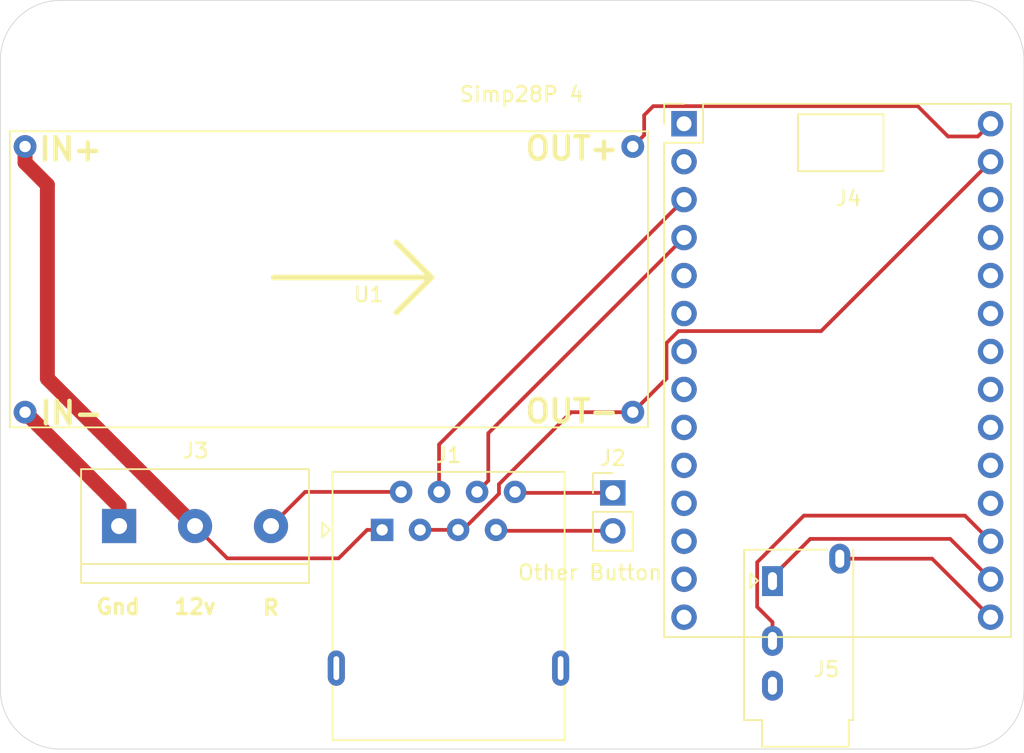
<source format=kicad_pcb>
(kicad_pcb (version 20171130) (host pcbnew "(5.1.2)-2")

  (general
    (thickness 1.6)
    (drawings 19)
    (tracks 56)
    (zones 0)
    (modules 10)
    (nets 35)
  )

  (page A4)
  (layers
    (0 F.Cu signal)
    (31 B.Cu signal)
    (32 B.Adhes user)
    (33 F.Adhes user)
    (34 B.Paste user)
    (35 F.Paste user)
    (36 B.SilkS user)
    (37 F.SilkS user)
    (38 B.Mask user)
    (39 F.Mask user)
    (40 Dwgs.User user)
    (41 Cmts.User user)
    (42 Eco1.User user)
    (43 Eco2.User user)
    (44 Edge.Cuts user)
    (45 Margin user)
    (46 B.CrtYd user)
    (47 F.CrtYd user)
    (48 B.Fab user)
    (49 F.Fab user)
  )

  (setup
    (last_trace_width 0.25)
    (user_trace_width 1)
    (trace_clearance 0.2)
    (zone_clearance 0.508)
    (zone_45_only no)
    (trace_min 0.2)
    (via_size 0.8)
    (via_drill 0.4)
    (via_min_size 0.4)
    (via_min_drill 0.3)
    (uvia_size 0.3)
    (uvia_drill 0.1)
    (uvias_allowed no)
    (uvia_min_size 0.2)
    (uvia_min_drill 0.1)
    (edge_width 0.05)
    (segment_width 0.2)
    (pcb_text_width 0.3)
    (pcb_text_size 1.5 1.5)
    (mod_edge_width 0.12)
    (mod_text_size 1 1)
    (mod_text_width 0.15)
    (pad_size 1.524 1.524)
    (pad_drill 0.762)
    (pad_to_mask_clearance 0.051)
    (solder_mask_min_width 0.25)
    (aux_axis_origin 0 0)
    (visible_elements 7FFFFFFF)
    (pcbplotparams
      (layerselection 0x010fc_ffffffff)
      (usegerberextensions false)
      (usegerberattributes false)
      (usegerberadvancedattributes false)
      (creategerberjobfile false)
      (excludeedgelayer true)
      (linewidth 0.100000)
      (plotframeref false)
      (viasonmask false)
      (mode 1)
      (useauxorigin false)
      (hpglpennumber 1)
      (hpglpenspeed 20)
      (hpglpendiameter 15.000000)
      (psnegative false)
      (psa4output false)
      (plotreference true)
      (plotvalue true)
      (plotinvisibletext false)
      (padsonsilk false)
      (subtractmaskfromsilk false)
      (outputformat 1)
      (mirror false)
      (drillshape 0)
      (scaleselection 1)
      (outputdirectory "Gerbers/"))
  )

  (net 0 "")
  (net 1 GND)
  (net 2 +12V)
  (net 3 +5V)
  (net 4 GNDPWR)
  (net 5 "Net-(J1-Pad2)")
  (net 6 "Net-(J1-Pad4)")
  (net 7 "Net-(J1-Pad6)")
  (net 8 "Net-(J1-Pad7)")
  (net 9 "Net-(J1-Pad8)")
  (net 10 "Net-(J4-Pad28)")
  (net 11 "Net-(J4-Pad27)")
  (net 12 "Net-(J4-Pad26)")
  (net 13 "Net-(J4-Pad25)")
  (net 14 "Net-(J4-Pad24)")
  (net 15 "Net-(J4-Pad23)")
  (net 16 "Net-(J4-Pad22)")
  (net 17 "Net-(J4-Pad21)")
  (net 18 "Net-(J4-Pad20)")
  (net 19 "Net-(J4-Pad19)")
  (net 20 "Net-(J4-Pad18)")
  (net 21 "Net-(J4-Pad17)")
  (net 22 "Net-(J4-Pad16)")
  (net 23 "Net-(J4-Pad15)")
  (net 24 "Net-(J4-Pad14)")
  (net 25 "Net-(J4-Pad13)")
  (net 26 "Net-(J4-Pad12)")
  (net 27 "Net-(J4-Pad11)")
  (net 28 "Net-(J4-Pad10)")
  (net 29 "Net-(J4-Pad9)")
  (net 30 "Net-(J4-Pad8)")
  (net 31 "Net-(J4-Pad6)")
  (net 32 "Net-(J4-Pad3)")
  (net 33 "Net-(J4-Pad1)")
  (net 34 "Net-(J5-PadR2)")

  (net_class Default "This is the default net class."
    (clearance 0.2)
    (trace_width 0.25)
    (via_dia 0.8)
    (via_drill 0.4)
    (uvia_dia 0.3)
    (uvia_drill 0.1)
    (add_net +12V)
    (add_net +5V)
    (add_net GND)
    (add_net GNDPWR)
    (add_net "Net-(J1-Pad2)")
    (add_net "Net-(J1-Pad4)")
    (add_net "Net-(J1-Pad6)")
    (add_net "Net-(J1-Pad7)")
    (add_net "Net-(J1-Pad8)")
    (add_net "Net-(J4-Pad1)")
    (add_net "Net-(J4-Pad10)")
    (add_net "Net-(J4-Pad11)")
    (add_net "Net-(J4-Pad12)")
    (add_net "Net-(J4-Pad13)")
    (add_net "Net-(J4-Pad14)")
    (add_net "Net-(J4-Pad15)")
    (add_net "Net-(J4-Pad16)")
    (add_net "Net-(J4-Pad17)")
    (add_net "Net-(J4-Pad18)")
    (add_net "Net-(J4-Pad19)")
    (add_net "Net-(J4-Pad20)")
    (add_net "Net-(J4-Pad21)")
    (add_net "Net-(J4-Pad22)")
    (add_net "Net-(J4-Pad23)")
    (add_net "Net-(J4-Pad24)")
    (add_net "Net-(J4-Pad25)")
    (add_net "Net-(J4-Pad26)")
    (add_net "Net-(J4-Pad27)")
    (add_net "Net-(J4-Pad28)")
    (add_net "Net-(J4-Pad3)")
    (add_net "Net-(J4-Pad6)")
    (add_net "Net-(J4-Pad8)")
    (add_net "Net-(J4-Pad9)")
    (add_net "Net-(J5-PadR2)")
  )

  (module "Useful Modifications:RJ45_x08_Horizontal_tabs" (layer F.Cu) (tedit 5EE05F65) (tstamp 5DD6767F)
    (at 159.004 80.4545)
    (descr "8 Pol Shallow Latch Connector, Modjack, RJ45 (https://cdn.amphenol-icc.com/media/wysiwyg/files/drawing/c-bmj-0102.pdf)")
    (tags RJ45)
    (path /5DD687C7)
    (fp_text reference J1 (at 4.445 -5) (layer F.SilkS)
      (effects (font (size 1 1) (thickness 0.15)))
    )
    (fp_text value RJ45 (at 4.445 4) (layer F.Fab)
      (effects (font (size 1 1) (thickness 0.15)))
    )
    (fp_line (start 12.205 -3.88) (end 12.205 8.06) (layer F.SilkS) (width 0.12))
    (fp_line (start 12.2047 10.4357) (end 12.2047 14.0757) (layer F.SilkS) (width 0.12))
    (fp_line (start 12.6 14.47) (end -3.71 14.47) (layer F.CrtYd) (width 0.05))
    (fp_line (start 12.6 14.47) (end 12.6 -4.27) (layer F.CrtYd) (width 0.05))
    (fp_line (start -3.71 -4.27) (end -3.71 14.47) (layer F.CrtYd) (width 0.05))
    (fp_line (start -3.71 -4.27) (end 12.6 -4.27) (layer F.CrtYd) (width 0.05))
    (fp_line (start -3.315 -3.88) (end -3.315 8.06) (layer F.SilkS) (width 0.12))
    (fp_line (start 12.205 -3.88) (end -3.315 -3.88) (layer F.SilkS) (width 0.12))
    (fp_line (start -3.315 10.44) (end -3.315 14.08) (layer F.SilkS) (width 0.12))
    (fp_line (start -3.315 14.08) (end 12.205 14.08) (layer F.SilkS) (width 0.12))
    (fp_line (start -3.205 -2.77) (end -2.205 -3.77) (layer F.Fab) (width 0.12))
    (fp_line (start -2.205 -3.77) (end 12.095 -3.77) (layer F.Fab) (width 0.12))
    (fp_line (start 12.095 -3.77) (end 12.095 13.97) (layer F.Fab) (width 0.12))
    (fp_line (start 12.095 13.97) (end -3.205 13.97) (layer F.Fab) (width 0.12))
    (fp_line (start -3.205 13.97) (end -3.205 -2.77) (layer F.Fab) (width 0.12))
    (fp_line (start -3.5 0) (end -4 -0.5) (layer F.SilkS) (width 0.12))
    (fp_line (start -4 -0.5) (end -4 0.5) (layer F.SilkS) (width 0.12))
    (fp_line (start -4 0.5) (end -3.5 0) (layer F.SilkS) (width 0.12))
    (fp_text user %R (at 4.445 2) (layer F.Fab)
      (effects (font (size 1 1) (thickness 0.15)))
    )
    (pad 10 thru_hole oval (at 11.938 9.25195) (size 1.14 2.362) (drill oval 0.381 1.6) (layers *.Cu *.Mask))
    (pad 9 thru_hole oval (at -3.0607 9.25195) (size 1.14 2.362) (drill oval 0.381 1.6) (layers *.Cu *.Mask))
    (pad 8 thru_hole circle (at 8.89 -2.54) (size 1.5 1.5) (drill 0.76) (layers *.Cu *.Mask)
      (net 9 "Net-(J1-Pad8)"))
    (pad 7 thru_hole circle (at 7.62 0) (size 1.5 1.5) (drill 0.76) (layers *.Cu *.Mask)
      (net 8 "Net-(J1-Pad7)"))
    (pad 6 thru_hole circle (at 6.35 -2.54) (size 1.5 1.5) (drill 0.76) (layers *.Cu *.Mask)
      (net 7 "Net-(J1-Pad6)"))
    (pad 5 thru_hole circle (at 5.08 0) (size 1.5 1.5) (drill 0.76) (layers *.Cu *.Mask)
      (net 1 GND))
    (pad 4 thru_hole circle (at 3.81 -2.54) (size 1.5 1.5) (drill 0.76) (layers *.Cu *.Mask)
      (net 6 "Net-(J1-Pad4)"))
    (pad 3 thru_hole circle (at 2.54 0) (size 1.5 1.5) (drill 0.76) (layers *.Cu *.Mask)
      (net 1 GND))
    (pad 2 thru_hole circle (at 1.27 -2.54) (size 1.5 1.5) (drill 0.76) (layers *.Cu *.Mask)
      (net 5 "Net-(J1-Pad2)"))
    (pad 1 thru_hole rect (at 0 0) (size 1.5 1.5) (drill 0.76) (layers *.Cu *.Mask)
      (net 2 +12V))
    (pad "" np_thru_hole circle (at -1.27 6.35) (size 3.200001 3.200001) (drill 3.200001) (layers *.Cu *.Mask))
    (pad "" np_thru_hole circle (at 10.16 6.35) (size 3.2 3.2) (drill 3.2) (layers *.Cu *.Mask))
    (model ${KISYS3DMOD}/Connector_RJ.3dshapes/RJ45_Amphenol_54602-x08_Horizontal.wrl
      (at (xyz 0 0 0))
      (scale (xyz 1 1 1))
      (rotate (xyz 0 0 0))
    )
  )

  (module "Useful Modifications:FXSound_HeadPhone_2x14_P2.54mm_Short" (layer F.Cu) (tedit 5EE0514B) (tstamp 5EE09D72)
    (at 179.197 53.2765)
    (descr "Through hole straight pin header, 2x14, 2.54mm pitch, double rows")
    (tags "Through hole pin header THT 2x14 2.54mm double row")
    (path /5EE09623)
    (fp_text reference J4 (at 11 5) (layer F.SilkS)
      (effects (font (size 1 1) (thickness 0.15)))
    )
    (fp_text value FX_Sound (at 10.795 14.605) (layer F.Fab)
      (effects (font (size 1 1) (thickness 0.15)))
    )
    (fp_line (start 7.62 3.175) (end 7.62 -0.635) (layer F.SilkS) (width 0.12))
    (fp_line (start 13.335 3.175) (end 7.62 3.175) (layer F.SilkS) (width 0.12))
    (fp_line (start 13.335 -0.635) (end 13.335 3.175) (layer F.SilkS) (width 0.12))
    (fp_line (start 7.62 -0.635) (end 13.335 -0.635) (layer F.SilkS) (width 0.12))
    (fp_text user %R (at 1.778 17.018 90) (layer F.Fab)
      (effects (font (size 1 1) (thickness 0.15)))
    )
    (fp_line (start 1.5 -1.5) (end -1.8 -1.5) (layer F.CrtYd) (width 0.05))
    (fp_line (start 22.35 34.5) (end 22.35 -1.5) (layer F.CrtYd) (width 0.05))
    (fp_line (start -1.8 -1.5) (end -1.8 34.5) (layer F.CrtYd) (width 0.05))
    (fp_line (start -1.33 -1.33) (end 0 -1.33) (layer F.SilkS) (width 0.12))
    (fp_line (start -1.33 0) (end -1.33 -1.33) (layer F.SilkS) (width 0.12))
    (fp_line (start 1.27 -1.33) (end 21.87 -1.33) (layer F.SilkS) (width 0.12))
    (fp_line (start 1.27 1.27) (end 1.27 -1.33) (layer F.SilkS) (width 0.12))
    (fp_line (start -1.33 1.27) (end 1.27 1.27) (layer F.SilkS) (width 0.12))
    (fp_line (start 21.87 -1.33) (end 21.87 34.35) (layer F.SilkS) (width 0.12))
    (fp_line (start -1.33 1.27) (end -1.33 34.35) (layer F.SilkS) (width 0.12))
    (fp_line (start -1.33 34.35) (end 21.87 34.35) (layer F.SilkS) (width 0.12))
    (fp_line (start -1.27 0) (end 0 -1.27) (layer F.Fab) (width 0.1))
    (fp_line (start -1.27 34.29) (end -1.27 0) (layer F.Fab) (width 0.1))
    (fp_line (start 21.81 34.29) (end -1.27 34.29) (layer F.Fab) (width 0.1))
    (fp_line (start 21.81 -1.27) (end 21.81 34.29) (layer F.Fab) (width 0.1))
    (fp_line (start 0 -1.27) (end 21.81 -1.27) (layer F.Fab) (width 0.1))
    (fp_line (start 22.35 -1.5) (end 19.05 -1.5) (layer F.CrtYd) (width 0.05))
    (fp_line (start 1.5 -1.5) (end 1.5 34.5) (layer F.CrtYd) (width 0.05))
    (fp_line (start 19.05 -1.5) (end 19.05 34.5) (layer F.CrtYd) (width 0.05))
    (fp_line (start 1.5 34.5) (end -1.8 34.5) (layer F.CrtYd) (width 0.05))
    (fp_line (start 22.35 34.5) (end 19.05 34.5) (layer F.CrtYd) (width 0.05))
    (pad 28 thru_hole oval (at 20.5 33.02) (size 1.7 1.7) (drill 1) (layers *.Cu *.Mask)
      (net 10 "Net-(J4-Pad28)"))
    (pad 27 thru_hole oval (at 0 33.02) (size 1.7 1.7) (drill 1) (layers *.Cu *.Mask)
      (net 11 "Net-(J4-Pad27)"))
    (pad 26 thru_hole oval (at 20.5 30.48) (size 1.7 1.7) (drill 1) (layers *.Cu *.Mask)
      (net 12 "Net-(J4-Pad26)"))
    (pad 25 thru_hole oval (at 0 30.48) (size 1.7 1.7) (drill 1) (layers *.Cu *.Mask)
      (net 13 "Net-(J4-Pad25)"))
    (pad 24 thru_hole oval (at 20.5 27.94) (size 1.7 1.7) (drill 1) (layers *.Cu *.Mask)
      (net 14 "Net-(J4-Pad24)"))
    (pad 23 thru_hole oval (at 0 27.94) (size 1.7 1.7) (drill 1) (layers *.Cu *.Mask)
      (net 15 "Net-(J4-Pad23)"))
    (pad 22 thru_hole oval (at 20.5 25.4) (size 1.7 1.7) (drill 1) (layers *.Cu *.Mask)
      (net 16 "Net-(J4-Pad22)"))
    (pad 21 thru_hole oval (at 0 25.4) (size 1.7 1.7) (drill 1) (layers *.Cu *.Mask)
      (net 17 "Net-(J4-Pad21)"))
    (pad 20 thru_hole oval (at 20.5 22.86) (size 1.7 1.7) (drill 1) (layers *.Cu *.Mask)
      (net 18 "Net-(J4-Pad20)"))
    (pad 19 thru_hole oval (at 0 22.86) (size 1.7 1.7) (drill 1) (layers *.Cu *.Mask)
      (net 19 "Net-(J4-Pad19)"))
    (pad 18 thru_hole oval (at 20.5 20.32) (size 1.7 1.7) (drill 1) (layers *.Cu *.Mask)
      (net 20 "Net-(J4-Pad18)"))
    (pad 17 thru_hole oval (at 0 20.32) (size 1.7 1.7) (drill 1) (layers *.Cu *.Mask)
      (net 21 "Net-(J4-Pad17)"))
    (pad 16 thru_hole oval (at 20.5 17.78) (size 1.7 1.7) (drill 1) (layers *.Cu *.Mask)
      (net 22 "Net-(J4-Pad16)"))
    (pad 15 thru_hole oval (at 0 17.78) (size 1.7 1.7) (drill 1) (layers *.Cu *.Mask)
      (net 23 "Net-(J4-Pad15)"))
    (pad 14 thru_hole oval (at 20.5 15.24) (size 1.7 1.7) (drill 1) (layers *.Cu *.Mask)
      (net 24 "Net-(J4-Pad14)"))
    (pad 13 thru_hole oval (at 0 15.24) (size 1.7 1.7) (drill 1) (layers *.Cu *.Mask)
      (net 25 "Net-(J4-Pad13)"))
    (pad 12 thru_hole oval (at 20.5 12.7) (size 1.7 1.7) (drill 1) (layers *.Cu *.Mask)
      (net 26 "Net-(J4-Pad12)"))
    (pad 11 thru_hole oval (at 0 12.7) (size 1.7 1.7) (drill 1) (layers *.Cu *.Mask)
      (net 27 "Net-(J4-Pad11)"))
    (pad 10 thru_hole oval (at 20.5 10.16) (size 1.7 1.7) (drill 1) (layers *.Cu *.Mask)
      (net 28 "Net-(J4-Pad10)"))
    (pad 9 thru_hole oval (at 0 10.16) (size 1.7 1.7) (drill 1) (layers *.Cu *.Mask)
      (net 29 "Net-(J4-Pad9)"))
    (pad 8 thru_hole oval (at 20.5 7.62) (size 1.7 1.7) (drill 1) (layers *.Cu *.Mask)
      (net 30 "Net-(J4-Pad8)"))
    (pad 7 thru_hole oval (at 0 7.62) (size 1.7 1.7) (drill 1) (layers *.Cu *.Mask)
      (net 7 "Net-(J1-Pad6)"))
    (pad 6 thru_hole oval (at 20.5 5.08) (size 1.7 1.7) (drill 1) (layers *.Cu *.Mask)
      (net 31 "Net-(J4-Pad6)"))
    (pad 5 thru_hole oval (at 0 5.08) (size 1.7 1.7) (drill 1) (layers *.Cu *.Mask)
      (net 6 "Net-(J1-Pad4)"))
    (pad 4 thru_hole oval (at 20.5 2.54) (size 1.7 1.7) (drill 1) (layers *.Cu *.Mask)
      (net 1 GND))
    (pad 3 thru_hole oval (at 0 2.54) (size 1.7 1.7) (drill 1) (layers *.Cu *.Mask)
      (net 32 "Net-(J4-Pad3)"))
    (pad 2 thru_hole oval (at 20.5 0) (size 1.7 1.7) (drill 1) (layers *.Cu *.Mask)
      (net 3 +5V))
    (pad 1 thru_hole rect (at 0 0) (size 1.7 1.7) (drill 1) (layers *.Cu *.Mask)
      (net 33 "Net-(J4-Pad1)"))
    (model ${KISYS3DMOD}/Connector_PinHeader_2.54mm.3dshapes/PinHeader_2x14_P2.54mm_Vertical.wrl
      (at (xyz 0 0 0))
      (scale (xyz 1 1 1))
      (rotate (xyz 0 0 0))
    )
  )

  (module MountingHole:MountingHole_3mm (layer F.Cu) (tedit 56D1B4CB) (tstamp 5DD8B2BD)
    (at 138.684 48.514)
    (descr "Mounting Hole 3mm, no annular")
    (tags "mounting hole 3mm no annular")
    (attr virtual)
    (fp_text reference REF (at 5.0165 -0.127) (layer F.Fab)
      (effects (font (size 1 1) (thickness 0.15)))
    )
    (fp_text value MountingHole_3mm (at 5.3975 3.8735) (layer F.Fab)
      (effects (font (size 1 1) (thickness 0.15)))
    )
    (fp_circle (center 0 0) (end 3.25 0) (layer F.CrtYd) (width 0.05))
    (fp_circle (center 0 0) (end 3 0) (layer Cmts.User) (width 0.15))
    (fp_text user %R (at 0.3 0) (layer F.Fab)
      (effects (font (size 1 1) (thickness 0.15)))
    )
    (pad 1 np_thru_hole circle (at 0 0) (size 3 3) (drill 3) (layers *.Cu *.Mask))
  )

  (module "Useful Modifications:TerminalBlock_bornier-2_P5.08mm" (layer F.Cu) (tedit 5E48E9EF) (tstamp 5E4937AE)
    (at 141.4145 80.2005)
    (descr "simple 2-pin terminal block, pitch 5.08mm, revamped version of bornier2")
    (tags "terminal block bornier2")
    (path /5E48F627)
    (fp_text reference J3 (at 5.1181 -5.0419) (layer F.SilkS)
      (effects (font (size 1 1) (thickness 0.15)))
    )
    (fp_text value "Power and GoBtn" (at 5.207 3.048) (layer F.Fab)
      (effects (font (size 1 1) (thickness 0.15)))
    )
    (fp_text user %R (at 5.1308 -2.2352) (layer F.Fab)
      (effects (font (size 1 1) (thickness 0.15)))
    )
    (fp_line (start -2.41 2.55) (end 7.49 2.55) (layer F.Fab) (width 0.1))
    (fp_line (start -2.46 -3.75) (end -2.46 3.75) (layer F.Fab) (width 0.1))
    (fp_line (start -2.46 3.75) (end 12.62 3.75) (layer F.Fab) (width 0.1))
    (fp_line (start 12.62 3.75) (end 12.62 -3.75) (layer F.Fab) (width 0.1))
    (fp_line (start 12.62 -3.75) (end -2.46 -3.75) (layer F.Fab) (width 0.1))
    (fp_line (start 12.7 2.54) (end -2.54 2.54) (layer F.SilkS) (width 0.12))
    (fp_line (start 12.7 3.81) (end 12.7 -3.81) (layer F.SilkS) (width 0.12))
    (fp_line (start 12.7 -3.81) (end -2.54 -3.81) (layer F.SilkS) (width 0.12))
    (fp_line (start -2.54 -3.81) (end -2.54 3.81) (layer F.SilkS) (width 0.12))
    (fp_line (start -2.54 3.81) (end 12.7 3.81) (layer F.SilkS) (width 0.12))
    (fp_line (start -2.71 -4) (end 12.87 -4) (layer F.CrtYd) (width 0.05))
    (fp_line (start -2.71 -4) (end -2.71 4) (layer F.CrtYd) (width 0.05))
    (fp_line (start 12.87 4) (end 12.87 -4) (layer F.CrtYd) (width 0.05))
    (fp_line (start 12.87 4) (end -2.71 4) (layer F.CrtYd) (width 0.05))
    (pad 1 thru_hole rect (at 0 0) (size 2.286 2.286) (drill 1.0668) (layers *.Cu *.Mask)
      (net 4 GNDPWR))
    (pad 2 thru_hole circle (at 5.08 0) (size 2.286 2.286) (drill 1.0668) (layers *.Cu *.Mask)
      (net 2 +12V))
    (pad 3 thru_hole circle (at 10.16 0) (size 2.286 2.286) (drill 1.0668) (layers *.Cu *.Mask)
      (net 5 "Net-(J1-Pad2)"))
    (model ${KISYS3DMOD}/TerminalBlock.3dshapes/TerminalBlock_bornier-2_P5.08mm.wrl
      (offset (xyz 2.539999961853027 0 0))
      (scale (xyz 1 1 1))
      (rotate (xyz 0 0 0))
    )
  )

  (module "Useful Modifications:Jack_3.5mm_PJ320A_Horizontal" (layer F.Cu) (tedit 5DD8B2A8) (tstamp 5DD676F8)
    (at 189.611 83.8835 180)
    (descr "Headphones with microphone connector, 3.5mm, 4 pins (http://www.qingpu-electronics.com/en/products/WQP-PJ320E-177.html)")
    (tags "3.5mm jack mic microphone phones headphones 4pins audio plug")
    (path /5DD6A4B7)
    (fp_text reference J5 (at 0.889 -5.9055 180) (layer F.SilkS)
      (effects (font (size 1 1) (thickness 0.15)))
    )
    (fp_text value AudioJack4 (at 2.794 -5.715 180) (layer F.Fab)
      (effects (font (size 1 1) (thickness 0.15)))
    )
    (fp_circle (center 0.9 0) (end 1.2 0.15) (layer F.Fab) (width 0.12))
    (fp_line (start -1.3 -11.484) (end 6.8 -11.484) (layer F.CrtYd) (width 0.05))
    (fp_line (start -0.6 -9.3) (end -0.6 -11.084) (layer F.SilkS) (width 0.12))
    (fp_line (start 5.2 -9.3) (end 5.2 -11.084) (layer F.SilkS) (width 0.12))
    (fp_line (start 6.4 -9.3) (end 6.4 2.1) (layer F.SilkS) (width 0.12))
    (fp_line (start 5.2 -11.084) (end -0.6 -11.084) (layer F.SilkS) (width 0.12))
    (fp_line (start -0.9 -9.3) (end -0.6 -9.3) (layer F.SilkS) (width 0.12))
    (fp_line (start 5.2 -9.3) (end 6.4 -9.3) (layer F.SilkS) (width 0.12))
    (fp_line (start 6.8 -11.484) (end 6.8 3) (layer F.CrtYd) (width 0.05))
    (fp_line (start -1.3 -11.484) (end -1.3 3) (layer F.CrtYd) (width 0.05))
    (fp_line (start -1.3 3) (end 6.8 3) (layer F.CrtYd) (width 0.05))
    (fp_line (start 0.8509 2.1082) (end 6.4 2.1) (layer F.SilkS) (width 0.12))
    (fp_line (start -0.9 -9.3) (end -0.9 2.1) (layer F.SilkS) (width 0.12))
    (fp_line (start 6.3 -9.2) (end 6.3 2) (layer F.Fab) (width 0.1))
    (fp_line (start 5.1 -9.2) (end 6.3 -9.2) (layer F.Fab) (width 0.1))
    (fp_line (start 5.1 -10.984) (end 5.1 -9.2) (layer F.Fab) (width 0.1))
    (fp_line (start -0.5 -10.984) (end 5.1 -10.984) (layer F.Fab) (width 0.1))
    (fp_line (start -0.5 -9.2) (end -0.5 -10.984) (layer F.Fab) (width 0.1))
    (fp_line (start -0.8 -9.2) (end -0.5 -9.2) (layer F.Fab) (width 0.1))
    (fp_line (start -0.8 2) (end -0.8 -9.2) (layer F.Fab) (width 0.1))
    (fp_line (start 6.3 2) (end 0.9271 2) (layer F.Fab) (width 0.1))
    (fp_line (start 5.4799 0.0254) (end 5.9799 0.5254) (layer F.SilkS) (width 0.12))
    (fp_line (start 5.9799 0.5254) (end 5.9799 -0.4746) (layer F.SilkS) (width 0.12))
    (fp_line (start 5.9799 -0.4746) (end 5.4799 0.0254) (layer F.SilkS) (width 0.12))
    (fp_text user %R (at 0.762 -3.7465 180) (layer F.Fab)
      (effects (font (size 1 1) (thickness 0.15)))
    )
    (pad "" np_thru_hole circle (at 2 -1.5 90) (size 1.2 1.2) (drill 1.2) (layers *.Cu *.Mask))
    (pad "" np_thru_hole circle (at 2 -8.5 90) (size 1.2 1.2) (drill 1.2) (layers *.Cu *.Mask))
    (pad R2 thru_hole oval (at 4.5 -7 90) (size 2 1.4) (drill oval 1.2 0.6) (layers *.Cu *.Mask)
      (net 34 "Net-(J5-PadR2)"))
    (pad R1 thru_hole oval (at 4.5 -4 90) (size 2 1.4) (drill oval 1.2 0.6) (layers *.Cu *.Mask)
      (net 14 "Net-(J4-Pad24)"))
    (pad T thru_hole rect (at 4.5 0 90) (size 2 1.4) (drill oval 1.2 0.6) (layers *.Cu *.Mask)
      (net 12 "Net-(J4-Pad26)"))
    (pad S thru_hole oval (at 0 1.5 90) (size 2 1.4) (drill oval 1.2 0.6) (layers *.Cu *.Mask)
      (net 10 "Net-(J4-Pad28)"))
    (model ${KISYS3DMOD}/Connector_Audio.3dshapes/Jack_3.5mm_PJ320E_Horizontal.wrl
      (at (xyz 0 0 0))
      (scale (xyz 1 1 1))
      (rotate (xyz 0 0 0))
    )
  )

  (module MountingHole:MountingHole_3mm (layer F.Cu) (tedit 56D1B4CB) (tstamp 5DD8B05E)
    (at 198.12 48.514)
    (descr "Mounting Hole 3mm, no annular")
    (tags "mounting hole 3mm no annular")
    (attr virtual)
    (fp_text reference REF (at -6.0325 0.0635) (layer F.Fab)
      (effects (font (size 1 1) (thickness 0.15)))
    )
    (fp_text value MountingHole_3mm (at -4.699 3.81) (layer F.Fab)
      (effects (font (size 1 1) (thickness 0.15)))
    )
    (fp_circle (center 0 0) (end 3.25 0) (layer F.CrtYd) (width 0.05))
    (fp_circle (center 0 0) (end 3 0) (layer Cmts.User) (width 0.15))
    (fp_text user %R (at 0.3 0) (layer F.Fab)
      (effects (font (size 1 1) (thickness 0.15)))
    )
    (pad 1 np_thru_hole circle (at 0 0) (size 3 3) (drill 3) (layers *.Cu *.Mask))
  )

  (module MountingHole:MountingHole_3mm (layer F.Cu) (tedit 56D1B4CB) (tstamp 5DD8AFAA)
    (at 198.12 91.1225)
    (descr "Mounting Hole 3mm, no annular")
    (tags "mounting hole 3mm no annular")
    (attr virtual)
    (fp_text reference REF (at 0 -4) (layer F.Fab)
      (effects (font (size 1 1) (thickness 0.15)))
    )
    (fp_text value MountingHole_3mm (at -4.5085 2.286) (layer F.Fab)
      (effects (font (size 1 1) (thickness 0.15)))
    )
    (fp_text user %R (at 0.3 0) (layer F.Fab)
      (effects (font (size 1 1) (thickness 0.15)))
    )
    (fp_circle (center 0 0) (end 3 0) (layer Cmts.User) (width 0.15))
    (fp_circle (center 0 0) (end 3.25 0) (layer F.CrtYd) (width 0.05))
    (pad 1 np_thru_hole circle (at 0 0) (size 3 3) (drill 3) (layers *.Cu *.Mask))
  )

  (module MountingHole:MountingHole_3mm (layer F.Cu) (tedit 56D1B4CB) (tstamp 5DD8AED1)
    (at 138.684 91.1225)
    (descr "Mounting Hole 3mm, no annular")
    (tags "mounting hole 3mm no annular")
    (attr virtual)
    (fp_text reference REF (at 0 -4) (layer F.Fab)
      (effects (font (size 1 1) (thickness 0.15)))
    )
    (fp_text value MountingHole_3mm (at 4.445 2.0955) (layer F.Fab)
      (effects (font (size 1 1) (thickness 0.15)))
    )
    (fp_circle (center 0 0) (end 3.25 0) (layer F.CrtYd) (width 0.05))
    (fp_circle (center 0 0) (end 3 0) (layer Cmts.User) (width 0.15))
    (fp_text user %R (at 0.3 0) (layer F.Fab)
      (effects (font (size 1 1) (thickness 0.15)))
    )
    (pad 1 np_thru_hole circle (at 0 0) (size 3 3) (drill 3) (layers *.Cu *.Mask))
  )

  (module Connector_PinHeader_2.54mm:PinHeader_1x02_P2.54mm_Vertical (layer F.Cu) (tedit 59FED5CC) (tstamp 5DD67695)
    (at 174.4345 77.978)
    (descr "Through hole straight pin header, 1x02, 2.54mm pitch, single row")
    (tags "Through hole pin header THT 1x02 2.54mm single row")
    (path /5DD6A29E)
    (fp_text reference J2 (at 0 -2.33) (layer F.SilkS)
      (effects (font (size 1 1) (thickness 0.15)))
    )
    (fp_text value "Other Button" (at -1.524 5.334) (layer F.SilkS)
      (effects (font (size 1 1) (thickness 0.15)))
    )
    (fp_line (start -0.635 -1.27) (end 1.27 -1.27) (layer F.Fab) (width 0.1))
    (fp_line (start 1.27 -1.27) (end 1.27 3.81) (layer F.Fab) (width 0.1))
    (fp_line (start 1.27 3.81) (end -1.27 3.81) (layer F.Fab) (width 0.1))
    (fp_line (start -1.27 3.81) (end -1.27 -0.635) (layer F.Fab) (width 0.1))
    (fp_line (start -1.27 -0.635) (end -0.635 -1.27) (layer F.Fab) (width 0.1))
    (fp_line (start -1.33 3.87) (end 1.33 3.87) (layer F.SilkS) (width 0.12))
    (fp_line (start -1.33 1.27) (end -1.33 3.87) (layer F.SilkS) (width 0.12))
    (fp_line (start 1.33 1.27) (end 1.33 3.87) (layer F.SilkS) (width 0.12))
    (fp_line (start -1.33 1.27) (end 1.33 1.27) (layer F.SilkS) (width 0.12))
    (fp_line (start -1.33 0) (end -1.33 -1.33) (layer F.SilkS) (width 0.12))
    (fp_line (start -1.33 -1.33) (end 0 -1.33) (layer F.SilkS) (width 0.12))
    (fp_line (start -1.8 -1.8) (end -1.8 4.35) (layer F.CrtYd) (width 0.05))
    (fp_line (start -1.8 4.35) (end 1.8 4.35) (layer F.CrtYd) (width 0.05))
    (fp_line (start 1.8 4.35) (end 1.8 -1.8) (layer F.CrtYd) (width 0.05))
    (fp_line (start 1.8 -1.8) (end -1.8 -1.8) (layer F.CrtYd) (width 0.05))
    (fp_text user %R (at 0 1.27 90) (layer F.Fab)
      (effects (font (size 1 1) (thickness 0.15)))
    )
    (pad 1 thru_hole rect (at 0 0) (size 1.7 1.7) (drill 1) (layers *.Cu *.Mask)
      (net 9 "Net-(J1-Pad8)"))
    (pad 2 thru_hole oval (at 0 2.54) (size 1.7 1.7) (drill 1) (layers *.Cu *.Mask)
      (net 8 "Net-(J1-Pad7)"))
    (model ${KISYS3DMOD}/Connector_PinHeader_2.54mm.3dshapes/PinHeader_1x02_P2.54mm_Vertical.wrl
      (at (xyz 0 0 0))
      (scale (xyz 1 1 1))
      (rotate (xyz 0 0 0))
    )
  )

  (module "Useful Modifications:Regulator_LM2596Adj" (layer F.Cu) (tedit 5DD6226C) (tstamp 5DD6795C)
    (at 157.988 64.9605)
    (path /5DD765A7)
    (fp_text reference U1 (at 0.127 -0.254) (layer F.SilkS)
      (effects (font (size 1 1) (thickness 0.15)))
    )
    (fp_text value LM2596 (at 0.0635 -2.3495) (layer F.Fab)
      (effects (font (size 1 1) (thickness 0.15)))
    )
    (fp_line (start 18.796 -11.176) (end -23.876 -11.176) (layer F.SilkS) (width 0.12))
    (fp_line (start 18.796 8.636) (end 18.796 -11.176) (layer F.SilkS) (width 0.12))
    (fp_line (start -23.876 8.636) (end 18.796 8.636) (layer F.SilkS) (width 0.12))
    (fp_line (start -23.876 -11.176) (end -23.876 8.636) (layer F.SilkS) (width 0.12))
    (pad 6 thru_hole circle (at 17.78 7.62) (size 1.524 1.524) (drill 0.762) (layers *.Cu *.Mask)
      (net 1 GND))
    (pad 4 thru_hole circle (at 17.78 -10.16) (size 1.524 1.524) (drill 0.762) (layers *.Cu *.Mask)
      (net 3 +5V))
    (pad 1 thru_hole circle (at -22.86 7.62) (size 1.524 1.524) (drill 0.762) (layers *.Cu *.Mask)
      (net 4 GNDPWR))
    (pad 2 thru_hole circle (at -22.86 -10.16) (size 1.524 1.524) (drill 0.762) (layers *.Cu *.Mask)
      (net 2 +12V))
  )

  (gr_text R (at 151.5745 85.6615) (layer F.SilkS) (tstamp 5E494912)
    (effects (font (size 1.0174 1.0174) (thickness 0.2238)))
  )
  (gr_line (start 159.9565 65.913) (end 162.306 63.5635) (layer F.SilkS) (width 0.381) (tstamp 5E2E71B8))
  (gr_line (start 159.9565 61.214) (end 162.306 63.5635) (layer F.SilkS) (width 0.381) (tstamp 5E2E7115))
  (gr_line (start 151.765 63.5635) (end 162.306 63.5635) (layer F.SilkS) (width 0.381))
  (gr_text Gnd (at 141.351 85.598) (layer F.SilkS) (tstamp 5E2E7092)
    (effects (font (size 1.0174 1.0174) (thickness 0.2238)))
  )
  (gr_text OUT- (at 171.704 72.517) (layer F.SilkS) (tstamp 5E2E6B79)
    (effects (font (size 1.5 1.5) (thickness 0.3)))
  )
  (gr_text OUT+ (at 171.704 54.9275) (layer F.SilkS) (tstamp 5E2E6B79)
    (effects (font (size 1.5 1.5) (thickness 0.3)))
  )
  (gr_text IN+ (at 138.176 54.991) (layer F.SilkS) (tstamp 5E2E6B79)
    (effects (font (size 1.5 1.5) (thickness 0.3)))
  )
  (gr_text IN- (at 138.2395 72.644) (layer F.SilkS) (tstamp 5E2E6B79)
    (effects (font (size 1.5 1.5) (thickness 0.3)))
  )
  (gr_text 12v (at 146.4945 85.598) (layer F.SilkS)
    (effects (font (size 1.0174 1.0174) (thickness 0.2238)))
  )
  (gr_text "Simp28P 4" (at 168.3385 51.308) (layer F.SilkS)
    (effects (font (size 0.999998 0.999998) (thickness 0.14986)))
  )
  (gr_arc (start 137.4775 91.1225) (end 133.477 91.1225) (angle -90) (layer Edge.Cuts) (width 0.05) (tstamp 5DD8B461))
  (gr_arc (start 137.4775 49.022) (end 137.4775 45.0215) (angle -90) (layer Edge.Cuts) (width 0.05) (tstamp 5DD8B461))
  (gr_arc (start 197.9295 49.022) (end 201.93 49.022) (angle -90) (layer Edge.Cuts) (width 0.05) (tstamp 5EE0A59D))
  (gr_arc (start 197.9295 91.1225) (end 197.9295 95.123) (angle -90) (layer Edge.Cuts) (width 0.05))
  (gr_line (start 133.477 49.022) (end 133.477 91.1225) (layer Edge.Cuts) (width 0.05))
  (gr_line (start 197.9295 45.0215) (end 137.4775 45.0215) (layer Edge.Cuts) (width 0.05))
  (gr_line (start 201.93 91.1225) (end 201.93 49.022) (layer Edge.Cuts) (width 0.05))
  (gr_line (start 137.4775 95.123) (end 197.9295 95.123) (layer Edge.Cuts) (width 0.05))

  (segment (start 162.60466 80.4545) (end 164.084 80.4545) (width 0.25) (layer F.Cu) (net 1))
  (segment (start 161.544 80.4545) (end 162.60466 80.4545) (width 0.25) (layer F.Cu) (net 1))
  (segment (start 174.69037 72.5805) (end 175.768 72.5805) (width 0.25) (layer F.Cu) (net 1))
  (segment (start 171.636998 72.5805) (end 174.69037 72.5805) (width 0.25) (layer F.Cu) (net 1))
  (segment (start 166.818999 77.398499) (end 171.636998 72.5805) (width 0.25) (layer F.Cu) (net 1))
  (segment (start 166.818999 78.040503) (end 166.818999 77.398499) (width 0.25) (layer F.Cu) (net 1))
  (segment (start 164.405002 80.4545) (end 166.818999 78.040503) (width 0.25) (layer F.Cu) (net 1))
  (segment (start 164.084 80.4545) (end 164.405002 80.4545) (width 0.25) (layer F.Cu) (net 1))
  (segment (start 198.847001 56.666499) (end 199.697 55.8165) (width 0.25) (layer F.Cu) (net 1))
  (segment (start 188.361999 67.151501) (end 198.847001 56.666499) (width 0.25) (layer F.Cu) (net 1))
  (segment (start 178.822997 67.151501) (end 188.361999 67.151501) (width 0.25) (layer F.Cu) (net 1))
  (segment (start 178.021999 67.952499) (end 178.822997 67.151501) (width 0.25) (layer F.Cu) (net 1))
  (segment (start 178.021999 70.326501) (end 178.021999 67.952499) (width 0.25) (layer F.Cu) (net 1))
  (segment (start 175.768 72.5805) (end 178.021999 70.326501) (width 0.25) (layer F.Cu) (net 1))
  (segment (start 135.128 54.8005) (end 135.128 55.87813) (width 1) (layer F.Cu) (net 2))
  (segment (start 136.621185 70.327185) (end 146.4945 80.2005) (width 1) (layer F.Cu) (net 2))
  (segment (start 136.621185 57.371315) (end 136.621185 70.327185) (width 1) (layer F.Cu) (net 2))
  (segment (start 135.128 55.87813) (end 136.621185 57.371315) (width 1) (layer F.Cu) (net 2))
  (segment (start 158.004 80.4545) (end 159.004 80.4545) (width 0.25) (layer F.Cu) (net 2))
  (segment (start 156.099 82.3595) (end 158.004 80.4545) (width 0.25) (layer F.Cu) (net 2))
  (segment (start 148.6535 82.3595) (end 156.099 82.3595) (width 0.25) (layer F.Cu) (net 2))
  (segment (start 146.4945 80.2005) (end 148.6535 82.3595) (width 0.25) (layer F.Cu) (net 2))
  (segment (start 198.847001 54.126499) (end 199.697 53.2765) (width 0.25) (layer F.Cu) (net 3))
  (segment (start 175.768 54.8005) (end 176.529999 54.038501) (width 0.25) (layer F.Cu) (net 3))
  (segment (start 176.529999 54.038501) (end 176.529999 52.705001) (width 0.25) (layer F.Cu) (net 3))
  (segment (start 176.529999 52.705001) (end 177.133501 52.101499) (width 0.25) (layer F.Cu) (net 3))
  (segment (start 177.133501 52.101499) (end 194.825722 52.101499) (width 0.25) (layer F.Cu) (net 3))
  (segment (start 194.825722 52.101499) (end 196.850722 54.126499) (width 0.25) (layer F.Cu) (net 3))
  (segment (start 196.850722 54.126499) (end 198.847001 54.126499) (width 0.25) (layer F.Cu) (net 3))
  (segment (start 141.4145 78.867) (end 141.4145 80.2005) (width 1) (layer F.Cu) (net 4))
  (segment (start 135.128 72.5805) (end 141.4145 78.867) (width 1) (layer F.Cu) (net 4))
  (segment (start 153.8605 77.9145) (end 160.274 77.9145) (width 0.25) (layer F.Cu) (net 5))
  (segment (start 151.5745 80.2005) (end 153.8605 77.9145) (width 0.25) (layer F.Cu) (net 5))
  (segment (start 162.814 74.7395) (end 179.197 58.3565) (width 0.25) (layer F.Cu) (net 6))
  (segment (start 162.814 77.9145) (end 162.814 74.7395) (width 0.25) (layer F.Cu) (net 6))
  (segment (start 178.347001 61.746499) (end 179.197 60.8965) (width 0.25) (layer F.Cu) (net 7))
  (segment (start 166.103999 73.989501) (end 178.347001 61.746499) (width 0.25) (layer F.Cu) (net 7))
  (segment (start 166.103999 77.164501) (end 166.103999 73.989501) (width 0.25) (layer F.Cu) (net 7))
  (segment (start 165.354 77.9145) (end 166.103999 77.164501) (width 0.25) (layer F.Cu) (net 7))
  (segment (start 166.6875 80.518) (end 166.624 80.4545) (width 0.25) (layer F.Cu) (net 8))
  (segment (start 174.4345 80.518) (end 166.6875 80.518) (width 0.25) (layer F.Cu) (net 8))
  (segment (start 167.9575 77.978) (end 167.894 77.9145) (width 0.25) (layer F.Cu) (net 9))
  (segment (start 174.4345 77.978) (end 167.9575 77.978) (width 0.25) (layer F.Cu) (net 9))
  (segment (start 195.784 82.3835) (end 189.611 82.3835) (width 0.25) (layer F.Cu) (net 10))
  (segment (start 199.697 86.2965) (end 195.784 82.3835) (width 0.25) (layer F.Cu) (net 10))
  (segment (start 198.847001 82.906501) (end 199.697 83.7565) (width 0.25) (layer F.Cu) (net 12))
  (segment (start 196.99899 81.05849) (end 198.847001 82.906501) (width 0.25) (layer F.Cu) (net 12))
  (segment (start 187.63601 81.05849) (end 196.99899 81.05849) (width 0.25) (layer F.Cu) (net 12))
  (segment (start 185.111 83.5835) (end 187.63601 81.05849) (width 0.25) (layer F.Cu) (net 12))
  (segment (start 185.111 83.8835) (end 185.111 83.5835) (width 0.25) (layer F.Cu) (net 12))
  (segment (start 185.111 86.6335) (end 185.111 87.8835) (width 0.25) (layer F.Cu) (net 14))
  (segment (start 184.085999 85.608499) (end 185.111 86.6335) (width 0.25) (layer F.Cu) (net 14))
  (segment (start 184.085999 82.623499) (end 184.085999 85.608499) (width 0.25) (layer F.Cu) (net 14))
  (segment (start 187.207498 79.502) (end 184.085999 82.623499) (width 0.25) (layer F.Cu) (net 14))
  (segment (start 197.9825 79.502) (end 187.207498 79.502) (width 0.25) (layer F.Cu) (net 14))
  (segment (start 199.697 81.2165) (end 197.9825 79.502) (width 0.25) (layer F.Cu) (net 14))

)

</source>
